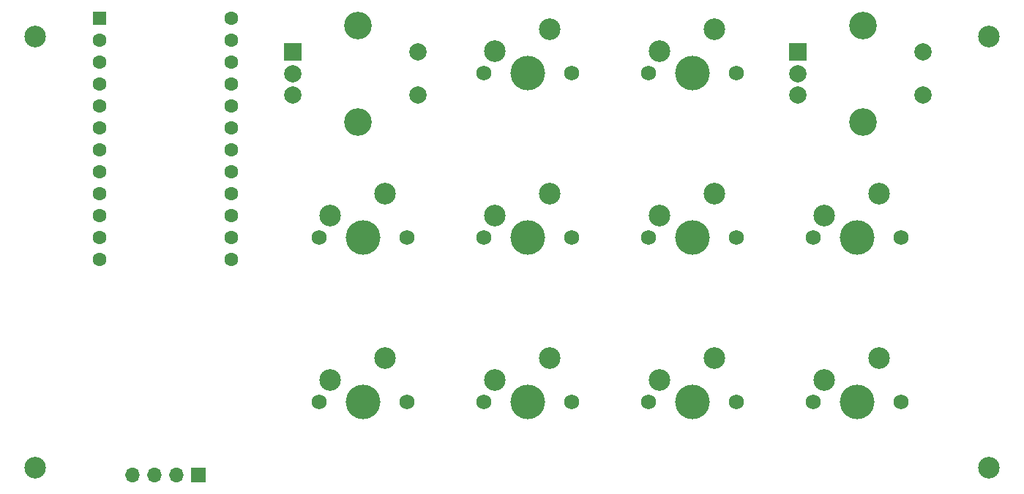
<source format=gts>
G04 #@! TF.GenerationSoftware,KiCad,Pcbnew,7.0.9*
G04 #@! TF.CreationDate,2024-01-16T00:29:48+00:00*
G04 #@! TF.ProjectId,AryA-Macropad,41727941-2d4d-4616-9372-6f7061642e6b,1.0*
G04 #@! TF.SameCoordinates,Original*
G04 #@! TF.FileFunction,Soldermask,Top*
G04 #@! TF.FilePolarity,Negative*
%FSLAX46Y46*%
G04 Gerber Fmt 4.6, Leading zero omitted, Abs format (unit mm)*
G04 Created by KiCad (PCBNEW 7.0.9) date 2024-01-16 00:29:48*
%MOMM*%
%LPD*%
G01*
G04 APERTURE LIST*
%ADD10R,1.700000X1.700000*%
%ADD11O,1.700000X1.700000*%
%ADD12C,1.750000*%
%ADD13C,4.000000*%
%ADD14C,2.500000*%
%ADD15R,1.600000X1.600000*%
%ADD16C,1.600000*%
%ADD17R,2.000000X2.000000*%
%ADD18C,2.000000*%
%ADD19C,3.200000*%
G04 APERTURE END LIST*
D10*
X99050000Y-115093750D03*
D11*
X96510000Y-115093750D03*
X93970000Y-115093750D03*
X91430000Y-115093750D03*
D12*
X132080000Y-68580000D03*
D13*
X137160000Y-68580000D03*
D12*
X142240000Y-68580000D03*
D14*
X133350000Y-66040000D03*
X139700000Y-63500000D03*
D12*
X151130000Y-106680000D03*
D13*
X156210000Y-106680000D03*
D12*
X161290000Y-106680000D03*
D14*
X152400000Y-104140000D03*
X158750000Y-101600000D03*
D12*
X151130000Y-87630000D03*
D13*
X156210000Y-87630000D03*
D12*
X161290000Y-87630000D03*
D14*
X152400000Y-85090000D03*
X158750000Y-82550000D03*
D12*
X113030000Y-87630000D03*
D13*
X118110000Y-87630000D03*
D12*
X123190000Y-87630000D03*
D14*
X114300000Y-85090000D03*
X120650000Y-82550000D03*
D12*
X170180000Y-87630000D03*
D13*
X175260000Y-87630000D03*
D12*
X180340000Y-87630000D03*
D14*
X171450000Y-85090000D03*
X177800000Y-82550000D03*
X80168750Y-64293750D03*
X190500000Y-64293750D03*
D12*
X170180000Y-106680000D03*
D13*
X175260000Y-106680000D03*
D12*
X180340000Y-106680000D03*
D14*
X171450000Y-104140000D03*
X177800000Y-101600000D03*
D15*
X87630000Y-62230000D03*
D16*
X87630000Y-64770000D03*
X87630000Y-67310000D03*
X87630000Y-69850000D03*
X87630000Y-72390000D03*
X87630000Y-74930000D03*
X87630000Y-77470000D03*
X87630000Y-80010000D03*
X87630000Y-82550000D03*
X87630000Y-85090000D03*
X87630000Y-87630000D03*
X87630000Y-90170000D03*
X102870000Y-90170000D03*
X102870000Y-87630000D03*
X102870000Y-85090000D03*
X102870000Y-82550000D03*
X102870000Y-80010000D03*
X102870000Y-77470000D03*
X102870000Y-74930000D03*
X102870000Y-72390000D03*
X102870000Y-69850000D03*
X102870000Y-67310000D03*
X102870000Y-64770000D03*
X102870000Y-62230000D03*
D17*
X109960000Y-66120000D03*
D18*
X109960000Y-71120000D03*
X109960000Y-68620000D03*
D19*
X117460000Y-63020000D03*
X117460000Y-74220000D03*
D18*
X124460000Y-71120000D03*
X124460000Y-66120000D03*
D14*
X80168750Y-114300000D03*
D12*
X132080000Y-87630000D03*
D13*
X137160000Y-87630000D03*
D12*
X142240000Y-87630000D03*
D14*
X133350000Y-85090000D03*
X139700000Y-82550000D03*
D12*
X113030000Y-106680000D03*
D13*
X118110000Y-106680000D03*
D12*
X123190000Y-106680000D03*
D14*
X114300000Y-104140000D03*
X120650000Y-101600000D03*
X190500000Y-114300000D03*
D17*
X168380000Y-66120000D03*
D18*
X168380000Y-71120000D03*
X168380000Y-68620000D03*
D19*
X175880000Y-63020000D03*
X175880000Y-74220000D03*
D18*
X182880000Y-71120000D03*
X182880000Y-66120000D03*
D12*
X132080000Y-106680000D03*
D13*
X137160000Y-106680000D03*
D12*
X142240000Y-106680000D03*
D14*
X133350000Y-104140000D03*
X139700000Y-101600000D03*
D12*
X151130000Y-68580000D03*
D13*
X156210000Y-68580000D03*
D12*
X161290000Y-68580000D03*
D14*
X152400000Y-66040000D03*
X158750000Y-63500000D03*
M02*

</source>
